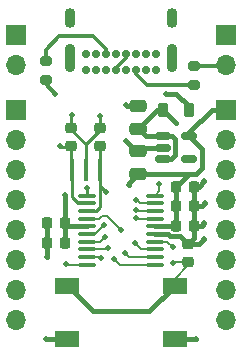
<source format=gtl>
G04 #@! TF.GenerationSoftware,KiCad,Pcbnew,7.0.8*
G04 #@! TF.CreationDate,2023-11-11T23:39:21-08:00*
G04 #@! TF.ProjectId,STM32F042-Mini,53544d33-3246-4303-9432-2d4d696e692e,rev?*
G04 #@! TF.SameCoordinates,Original*
G04 #@! TF.FileFunction,Copper,L1,Top*
G04 #@! TF.FilePolarity,Positive*
%FSLAX46Y46*%
G04 Gerber Fmt 4.6, Leading zero omitted, Abs format (unit mm)*
G04 Created by KiCad (PCBNEW 7.0.8) date 2023-11-11 23:39:21*
%MOMM*%
%LPD*%
G01*
G04 APERTURE LIST*
G04 Aperture macros list*
%AMRoundRect*
0 Rectangle with rounded corners*
0 $1 Rounding radius*
0 $2 $3 $4 $5 $6 $7 $8 $9 X,Y pos of 4 corners*
0 Add a 4 corners polygon primitive as box body*
4,1,4,$2,$3,$4,$5,$6,$7,$8,$9,$2,$3,0*
0 Add four circle primitives for the rounded corners*
1,1,$1+$1,$2,$3*
1,1,$1+$1,$4,$5*
1,1,$1+$1,$6,$7*
1,1,$1+$1,$8,$9*
0 Add four rect primitives between the rounded corners*
20,1,$1+$1,$2,$3,$4,$5,0*
20,1,$1+$1,$4,$5,$6,$7,0*
20,1,$1+$1,$6,$7,$8,$9,0*
20,1,$1+$1,$8,$9,$2,$3,0*%
G04 Aperture macros list end*
G04 #@! TA.AperFunction,SMDPad,CuDef*
%ADD10R,0.400000X1.900000*%
G04 #@! TD*
G04 #@! TA.AperFunction,ComponentPad*
%ADD11R,1.700000X1.700000*%
G04 #@! TD*
G04 #@! TA.AperFunction,ComponentPad*
%ADD12O,1.700000X1.700000*%
G04 #@! TD*
G04 #@! TA.AperFunction,SMDPad,CuDef*
%ADD13RoundRect,0.150000X-0.512500X-0.150000X0.512500X-0.150000X0.512500X0.150000X-0.512500X0.150000X0*%
G04 #@! TD*
G04 #@! TA.AperFunction,SMDPad,CuDef*
%ADD14RoundRect,0.100000X-0.637500X-0.100000X0.637500X-0.100000X0.637500X0.100000X-0.637500X0.100000X0*%
G04 #@! TD*
G04 #@! TA.AperFunction,SMDPad,CuDef*
%ADD15R,2.100000X1.400000*%
G04 #@! TD*
G04 #@! TA.AperFunction,SMDPad,CuDef*
%ADD16RoundRect,0.200000X0.275000X-0.200000X0.275000X0.200000X-0.275000X0.200000X-0.275000X-0.200000X0*%
G04 #@! TD*
G04 #@! TA.AperFunction,SMDPad,CuDef*
%ADD17RoundRect,0.200000X-0.275000X0.200000X-0.275000X-0.200000X0.275000X-0.200000X0.275000X0.200000X0*%
G04 #@! TD*
G04 #@! TA.AperFunction,ComponentPad*
%ADD18O,0.900000X2.400000*%
G04 #@! TD*
G04 #@! TA.AperFunction,ComponentPad*
%ADD19O,0.900000X1.700000*%
G04 #@! TD*
G04 #@! TA.AperFunction,ComponentPad*
%ADD20C,0.700000*%
G04 #@! TD*
G04 #@! TA.AperFunction,SMDPad,CuDef*
%ADD21RoundRect,0.218750X0.218750X0.381250X-0.218750X0.381250X-0.218750X-0.381250X0.218750X-0.381250X0*%
G04 #@! TD*
G04 #@! TA.AperFunction,SMDPad,CuDef*
%ADD22RoundRect,0.250000X0.475000X-0.250000X0.475000X0.250000X-0.475000X0.250000X-0.475000X-0.250000X0*%
G04 #@! TD*
G04 #@! TA.AperFunction,SMDPad,CuDef*
%ADD23RoundRect,0.225000X0.250000X-0.225000X0.250000X0.225000X-0.250000X0.225000X-0.250000X-0.225000X0*%
G04 #@! TD*
G04 #@! TA.AperFunction,SMDPad,CuDef*
%ADD24RoundRect,0.225000X0.225000X0.250000X-0.225000X0.250000X-0.225000X-0.250000X0.225000X-0.250000X0*%
G04 #@! TD*
G04 #@! TA.AperFunction,SMDPad,CuDef*
%ADD25RoundRect,0.225000X-0.225000X-0.250000X0.225000X-0.250000X0.225000X0.250000X-0.225000X0.250000X0*%
G04 #@! TD*
G04 #@! TA.AperFunction,ViaPad*
%ADD26C,0.500000*%
G04 #@! TD*
G04 #@! TA.AperFunction,Conductor*
%ADD27C,0.400000*%
G04 #@! TD*
G04 #@! TA.AperFunction,Conductor*
%ADD28C,0.250000*%
G04 #@! TD*
G04 #@! TA.AperFunction,Conductor*
%ADD29C,0.200000*%
G04 #@! TD*
G04 #@! TA.AperFunction,Conductor*
%ADD30C,0.300000*%
G04 #@! TD*
G04 APERTURE END LIST*
D10*
X68220000Y-55850000D03*
X69420000Y-55850000D03*
X70620000Y-55850000D03*
D11*
X63500000Y-44450000D03*
D12*
X63500000Y-46990000D03*
D13*
X75922500Y-53025000D03*
X75922500Y-53975000D03*
X75922500Y-54925000D03*
X78197500Y-54925000D03*
X78197500Y-53025000D03*
D14*
X69527500Y-58035000D03*
X69527500Y-58685000D03*
X69527500Y-59335000D03*
X69527500Y-59985000D03*
X69527500Y-60635000D03*
X69527500Y-61285000D03*
X69527500Y-61935000D03*
X69527500Y-62585000D03*
X69527500Y-63235000D03*
X69527500Y-63885000D03*
X75252500Y-63885000D03*
X75252500Y-63235000D03*
X75252500Y-62585000D03*
X75252500Y-61935000D03*
X75252500Y-61285000D03*
X75252500Y-60635000D03*
X75252500Y-59985000D03*
X75252500Y-59335000D03*
X75252500Y-58685000D03*
X75252500Y-58035000D03*
D15*
X76940000Y-70195000D03*
X76940000Y-65695000D03*
X67840000Y-70195000D03*
X67840000Y-65695000D03*
D16*
X78590000Y-48685000D03*
X78590000Y-47035000D03*
D17*
X66040000Y-48260000D03*
X66040000Y-46610000D03*
D18*
X76715000Y-46405000D03*
X68065000Y-46405000D03*
D19*
X76715000Y-43025000D03*
X68065000Y-43025000D03*
D20*
X75365000Y-46035000D03*
X74515000Y-46035000D03*
X73665000Y-46035000D03*
X72815000Y-46035000D03*
X71965000Y-46035000D03*
X71115000Y-46035000D03*
X70265000Y-46035000D03*
X69415000Y-46035000D03*
X69415000Y-47385000D03*
X70265000Y-47385000D03*
X71115000Y-47385000D03*
X71965000Y-47385000D03*
X72815000Y-47385000D03*
X73665000Y-47385000D03*
X74515000Y-47385000D03*
X75365000Y-47385000D03*
D11*
X81280000Y-44450000D03*
D12*
X81280000Y-46990000D03*
D11*
X81280000Y-50800000D03*
D12*
X81280000Y-53340000D03*
X81280000Y-55880000D03*
X81280000Y-58420000D03*
X81280000Y-60960000D03*
X81280000Y-63500000D03*
X81280000Y-66040000D03*
X81280000Y-68580000D03*
D11*
X63500000Y-50800000D03*
D12*
X63500000Y-53340000D03*
X63500000Y-55880000D03*
X63500000Y-58420000D03*
X63500000Y-60960000D03*
X63500000Y-63500000D03*
X63500000Y-66040000D03*
X63500000Y-68580000D03*
D21*
X78122500Y-50800000D03*
X75997500Y-50800000D03*
D22*
X73885000Y-56195000D03*
X73885000Y-54295000D03*
X73885000Y-52385000D03*
X73885000Y-50485000D03*
D23*
X70620000Y-53875000D03*
X70620000Y-52325000D03*
X68210000Y-53875000D03*
X68210000Y-52325000D03*
X78100000Y-63680000D03*
X78100000Y-62130000D03*
D24*
X67704000Y-62030000D03*
X66154000Y-62030000D03*
X67704000Y-60379000D03*
X66154000Y-60379000D03*
D25*
X77076000Y-57277000D03*
X78626000Y-57277000D03*
X78626000Y-58928000D03*
X77076000Y-58928000D03*
X77076000Y-60579000D03*
X78626000Y-60579000D03*
D26*
X71100000Y-57700000D03*
X79470000Y-56830000D03*
X79510000Y-58690000D03*
X79430000Y-60390000D03*
X73660000Y-59960000D03*
X73663091Y-59258210D03*
X78760000Y-70170000D03*
X66060000Y-70200000D03*
X66130000Y-63270000D03*
X73100000Y-57140000D03*
X67645000Y-57952265D03*
X72870000Y-53450000D03*
X72805000Y-50387735D03*
X70630000Y-51330000D03*
X68220000Y-51230000D03*
X77090000Y-51920000D03*
X76240024Y-49460000D03*
X67240000Y-53830000D03*
X75620153Y-57025153D03*
X73688879Y-58390060D03*
X76800000Y-62400000D03*
X79420004Y-61705810D03*
X76800000Y-63704500D03*
X72403673Y-60923173D03*
X73620000Y-62070000D03*
X72724680Y-62881338D03*
X71796657Y-63374037D03*
X67720000Y-63860000D03*
X70740970Y-63309412D03*
X71337384Y-62485740D03*
X71017014Y-61538445D03*
X70979206Y-60539157D03*
X66820000Y-49390000D03*
X69521443Y-57399500D03*
D27*
X79241000Y-60579000D02*
X79430000Y-60390000D01*
X78626000Y-60579000D02*
X79241000Y-60579000D01*
X67645000Y-60320000D02*
X67645000Y-57952265D01*
X67704000Y-60379000D02*
X67645000Y-60320000D01*
D28*
X68220000Y-55850000D02*
X68220000Y-58115000D01*
X68220000Y-58115000D02*
X68790000Y-58685000D01*
X68790000Y-58685000D02*
X69527500Y-58685000D01*
D27*
X78995814Y-62130000D02*
X79420004Y-61705810D01*
D29*
X75252500Y-61935000D02*
X76335000Y-61935000D01*
X76335000Y-61935000D02*
X76800000Y-62400000D01*
D27*
X78100000Y-62130000D02*
X78995814Y-62130000D01*
D29*
X76940000Y-65695000D02*
X76940000Y-65060000D01*
X76940000Y-65060000D02*
X78100000Y-63900000D01*
X78100000Y-63900000D02*
X78100000Y-63680000D01*
X78100000Y-63680000D02*
X76824500Y-63680000D01*
X76824500Y-63680000D02*
X76800000Y-63704500D01*
D28*
X70620000Y-57220000D02*
X71100000Y-57700000D01*
X70620000Y-55850000D02*
X70620000Y-57220000D01*
D27*
X77076000Y-57277000D02*
X78158000Y-56195000D01*
X78158000Y-56195000D02*
X78765000Y-56195000D01*
X78626000Y-60579000D02*
X78626000Y-61604000D01*
X78626000Y-61604000D02*
X78100000Y-62130000D01*
X78626000Y-58928000D02*
X78626000Y-60579000D01*
X78626000Y-57277000D02*
X78626000Y-58928000D01*
X78626000Y-57277000D02*
X79023000Y-57277000D01*
X79023000Y-57277000D02*
X79470000Y-56830000D01*
X78626000Y-58928000D02*
X79272000Y-58928000D01*
X79272000Y-58928000D02*
X79510000Y-58690000D01*
X72902265Y-50485000D02*
X72805000Y-50387735D01*
X73885000Y-50485000D02*
X72902265Y-50485000D01*
D29*
X70543413Y-59985000D02*
X70791402Y-59737011D01*
X70791402Y-59737011D02*
X71217511Y-59737011D01*
X71217511Y-59737011D02*
X72403673Y-60923173D01*
X69527500Y-59985000D02*
X70543413Y-59985000D01*
X75252500Y-63885000D02*
X72307620Y-63885000D01*
X69527500Y-61935000D02*
X70620459Y-61935000D01*
X71238124Y-62585000D02*
X71337384Y-62485740D01*
X72307620Y-63885000D02*
X71796657Y-63374037D01*
X70620459Y-61935000D02*
X71017014Y-61538445D01*
X70233363Y-61285000D02*
X70979206Y-60539157D01*
X69527500Y-62585000D02*
X71238124Y-62585000D01*
X69527500Y-61285000D02*
X70233363Y-61285000D01*
D27*
X73100000Y-56980000D02*
X73100000Y-57140000D01*
X73885000Y-56195000D02*
X73100000Y-56980000D01*
D29*
X75252500Y-58035000D02*
X75620153Y-57667347D01*
X75620153Y-57667347D02*
X75620153Y-57025153D01*
D27*
X73885000Y-56195000D02*
X78765000Y-56195000D01*
X79260000Y-55700000D02*
X79260000Y-54087500D01*
X79260000Y-54087500D02*
X78197500Y-53025000D01*
X78765000Y-56195000D02*
X79260000Y-55700000D01*
X78197500Y-53025000D02*
X78197500Y-52672500D01*
X80070000Y-50800000D02*
X81280000Y-50800000D01*
X78197500Y-52672500D02*
X80070000Y-50800000D01*
X78122500Y-50800000D02*
X78122500Y-50482476D01*
X78122500Y-50482476D02*
X77100024Y-49460000D01*
X77100024Y-49460000D02*
X76240024Y-49460000D01*
D29*
X73739881Y-59335000D02*
X73663091Y-59258210D01*
X75252500Y-59335000D02*
X73739881Y-59335000D01*
X75252500Y-59985000D02*
X73685000Y-59985000D01*
X73685000Y-59985000D02*
X73660000Y-59960000D01*
X75252500Y-58685000D02*
X73983819Y-58685000D01*
X73983819Y-58685000D02*
X73688879Y-58390060D01*
D27*
X67840000Y-65695000D02*
X67935000Y-65695000D01*
X67935000Y-65695000D02*
X70070000Y-67830000D01*
X70070000Y-67830000D02*
X74805000Y-67830000D01*
X74805000Y-67830000D02*
X76940000Y-65695000D01*
X76940000Y-70195000D02*
X78735000Y-70195000D01*
X78735000Y-70195000D02*
X78760000Y-70170000D01*
X67840000Y-70195000D02*
X66065000Y-70195000D01*
X66065000Y-70195000D02*
X66060000Y-70200000D01*
X66154000Y-62030000D02*
X66154000Y-63246000D01*
X66154000Y-63246000D02*
X66130000Y-63270000D01*
X66154000Y-60379000D02*
X66154000Y-62030000D01*
D28*
X69527500Y-59335000D02*
X70265000Y-59335000D01*
D27*
X73885000Y-54295000D02*
X73715000Y-54295000D01*
X73715000Y-54295000D02*
X72870000Y-53450000D01*
D28*
X70620000Y-52445000D02*
X70620000Y-51340000D01*
X70620000Y-51340000D02*
X70630000Y-51330000D01*
X68210000Y-52385000D02*
X68210000Y-51240000D01*
X68210000Y-51240000D02*
X68220000Y-51230000D01*
D27*
X77090000Y-51920000D02*
X77090000Y-51892500D01*
X77090000Y-51892500D02*
X75997500Y-50800000D01*
X75922500Y-53025000D02*
X76757182Y-53025000D01*
X76757182Y-53025000D02*
X76985000Y-53252818D01*
X76985000Y-53252818D02*
X76985000Y-54575000D01*
X76635000Y-54925000D02*
X75922500Y-54925000D01*
X76985000Y-54575000D02*
X76635000Y-54925000D01*
X75922500Y-53975000D02*
X74205000Y-53975000D01*
X74205000Y-53975000D02*
X73885000Y-54295000D01*
X73885000Y-52385000D02*
X74525000Y-53025000D01*
X74525000Y-53025000D02*
X75922500Y-53025000D01*
X75997500Y-50800000D02*
X75470000Y-50800000D01*
X75470000Y-50800000D02*
X73885000Y-52385000D01*
D28*
X67345000Y-53935000D02*
X67240000Y-53830000D01*
X68210000Y-53935000D02*
X67345000Y-53935000D01*
D27*
X76573116Y-61435000D02*
X76676781Y-61435000D01*
X76695782Y-61454000D02*
X77424000Y-61454000D01*
X76676781Y-61435000D02*
X76695782Y-61454000D01*
X75252500Y-61285000D02*
X76423116Y-61285000D01*
X76423116Y-61285000D02*
X76573116Y-61435000D01*
X77424000Y-61454000D02*
X78100000Y-62130000D01*
X77076000Y-58928000D02*
X77076000Y-57277000D01*
X77076000Y-60579000D02*
X77076000Y-58928000D01*
X75252500Y-60635000D02*
X77020000Y-60635000D01*
X77020000Y-60635000D02*
X77076000Y-60579000D01*
D29*
X73078342Y-63235000D02*
X72724680Y-62881338D01*
X69527500Y-63235000D02*
X70666558Y-63235000D01*
X75252500Y-63235000D02*
X73078342Y-63235000D01*
X74135000Y-62585000D02*
X73620000Y-62070000D01*
X75252500Y-62585000D02*
X74135000Y-62585000D01*
X70666558Y-63235000D02*
X70740970Y-63309412D01*
X69527500Y-63885000D02*
X67745000Y-63885000D01*
X67745000Y-63885000D02*
X67720000Y-63860000D01*
D27*
X67704000Y-60379000D02*
X67704000Y-62030000D01*
X69527500Y-60635000D02*
X67960000Y-60635000D01*
X67960000Y-60635000D02*
X67704000Y-60379000D01*
D30*
X66040000Y-48260000D02*
X66040000Y-48610000D01*
X66040000Y-48610000D02*
X66820000Y-49390000D01*
X78590000Y-47035000D02*
X81235000Y-47035000D01*
X81235000Y-47035000D02*
X81280000Y-46990000D01*
X66040000Y-46610000D02*
X66040000Y-45670000D01*
X71115000Y-45655000D02*
X71115000Y-46035000D01*
X66040000Y-45670000D02*
X67160000Y-44550000D01*
X70010000Y-44550000D02*
X71115000Y-45655000D01*
X67160000Y-44550000D02*
X70010000Y-44550000D01*
X78590000Y-48685000D02*
X74615000Y-48685000D01*
X73665000Y-47735000D02*
X73665000Y-47385000D01*
X74615000Y-48685000D02*
X73665000Y-47735000D01*
X72815000Y-46035000D02*
X72815000Y-46401144D01*
X72815000Y-46401144D02*
X71965000Y-47251144D01*
X71965000Y-47251144D02*
X71965000Y-47385000D01*
D28*
X70620000Y-55850000D02*
X70620000Y-53995000D01*
X68210000Y-53935000D02*
X68210000Y-55840000D01*
X68210000Y-55840000D02*
X68220000Y-55850000D01*
X69420000Y-53645000D02*
X69405000Y-53645000D01*
X69405000Y-53645000D02*
X68210000Y-52450000D01*
X68210000Y-52450000D02*
X68210000Y-52385000D01*
X69420000Y-55850000D02*
X69420000Y-53645000D01*
X69420000Y-53645000D02*
X70620000Y-52445000D01*
X69527500Y-58035000D02*
X69527500Y-57405557D01*
X69527500Y-57405557D02*
X69521443Y-57399500D01*
X70620000Y-55850000D02*
X70620000Y-58980000D01*
X70620000Y-58980000D02*
X70265000Y-59335000D01*
M02*

</source>
